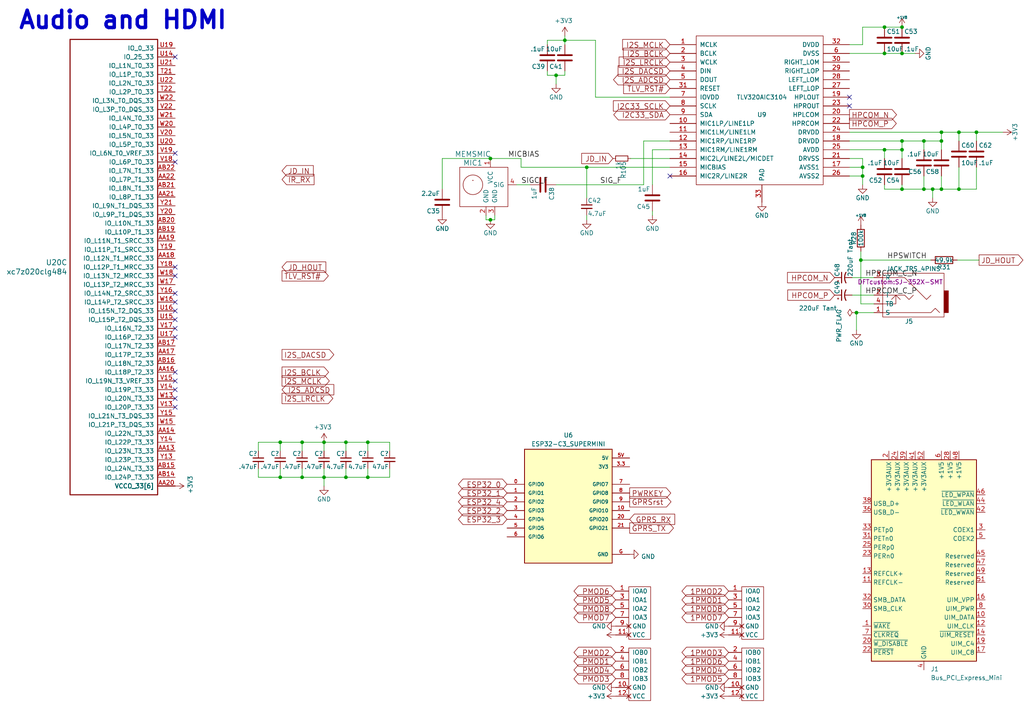
<source format=kicad_sch>
(kicad_sch (version 20230121) (generator eeschema)
  (paper "A4")
  (junction (at 267.97 54.864))
  (junction (at 142.24 45.974))
  (junction (at 256.54 7.874))
  (junction (at 249.682 75.438))
  (junction (at 170.18 48.514))
  (junction (at 87.63 138.43))
  (junction (at 270.51 54.864))
  (junction (at 261.62 40.894))
  (junction (at 163.83 11.684))
  (junction (at 100.33 128.27))
  (junction (at 256.54 43.434))
  (junction (at 273.05 40.894))
  (junction (at 261.62 54.864))
  (junction (at 93.98 138.43))
  (junction (at 273.05 54.864))
  (junction (at 106.68 138.43))
  (junction (at 273.05 38.354))
  (junction (at 267.97 40.894))
  (junction (at 261.62 7.874))
  (junction (at 250.19 51.054))
  (junction (at 256.54 15.494))
  (junction (at 248.412 90.678))
  (junction (at 87.63 128.27))
  (junction (at 100.33 138.43))
  (junction (at 278.13 38.354))
  (junction (at 278.13 54.864))
  (junction (at 81.28 138.43))
  (junction (at 250.19 48.514))
  (junction (at 106.68 128.27))
  (junction (at 161.29 21.844))
  (junction (at 283.21 38.354))
  (junction (at 261.62 15.494))
  (junction (at 142.24 63.754))
  (junction (at 261.62 43.434))
  (junction (at 93.98 128.27))
  (junction (at 81.28 128.27))
  (no_connect (at 50.8 80.01))
  (no_connect (at 50.8 110.49))
  (no_connect (at 50.8 115.57))
  (no_connect (at 194.31 51.054))
  (no_connect (at 50.8 85.09))
  (no_connect (at 50.8 107.95))
  (no_connect (at 50.8 118.11))
  (no_connect (at 50.8 95.25))
  (no_connect (at 50.8 92.71))
  (no_connect (at 50.8 46.99))
  (no_connect (at 50.8 77.47))
  (no_connect (at 50.8 16.51))
  (no_connect (at 50.8 97.79))
  (no_connect (at 50.8 90.17))
  (no_connect (at 50.8 87.63))
  (no_connect (at 50.8 113.03))
  (no_connect (at 246.38 28.194))
  (no_connect (at 246.38 30.734))
  (no_connect (at 50.8 44.45))
  (wire (pts (xy 278.13 38.354) (xy 283.21 38.354)))
  (wire (pts (xy 246.38 12.954) (xy 250.19 12.954)))
  (wire (pts (xy 172.72 28.194) (xy 172.72 11.684)))
  (wire (pts (xy 278.13 54.864) (xy 283.21 54.864)))
  (wire (pts (xy 163.83 11.684) (xy 163.83 12.954)))
  (wire (pts (xy 249.682 72.898) (xy 249.682 75.438)))
  (wire (pts (xy 158.75 12.954) (xy 158.75 11.684)))
  (wire (pts (xy 261.62 15.494) (xy 265.43 15.494)))
  (wire (pts (xy 186.69 40.894) (xy 186.69 53.594)))
  (wire (pts (xy 273.05 38.354) (xy 278.13 38.354)))
  (wire (pts (xy 113.03 138.43) (xy 106.68 138.43)))
  (wire (pts (xy 277.622 75.438) (xy 283.972 75.438)))
  (wire (pts (xy 81.28 135.89) (xy 81.28 138.43)))
  (wire (pts (xy 283.21 38.354) (xy 290.83 38.354)))
  (wire (pts (xy 283.21 38.354) (xy 283.21 40.894)))
  (wire (pts (xy 256.54 54.864) (xy 261.62 54.864)))
  (wire (pts (xy 246.38 51.054) (xy 250.19 51.054)))
  (wire (pts (xy 142.24 45.974) (xy 128.27 45.974)))
  (wire (pts (xy 247.142 80.518) (xy 253.492 80.518)))
  (wire (pts (xy 161.29 24.384) (xy 161.29 21.844)))
  (wire (pts (xy 93.98 138.43) (xy 87.63 138.43)))
  (wire (pts (xy 267.97 40.894) (xy 273.05 40.894)))
  (wire (pts (xy 250.19 45.974) (xy 250.19 48.514)))
  (wire (pts (xy 106.68 138.43) (xy 100.33 138.43)))
  (wire (pts (xy 249.682 75.438) (xy 270.002 75.438)))
  (wire (pts (xy 194.31 45.974) (xy 182.88 45.974)))
  (wire (pts (xy 186.69 40.894) (xy 194.31 40.894)))
  (wire (pts (xy 261.62 40.894) (xy 261.62 43.434)))
  (wire (pts (xy 278.13 38.354) (xy 278.13 40.894)))
  (wire (pts (xy 256.54 54.864) (xy 256.54 53.594)))
  (wire (pts (xy 87.63 128.27) (xy 87.63 130.81)))
  (wire (pts (xy 267.97 40.894) (xy 267.97 43.434)))
  (wire (pts (xy 113.03 128.27) (xy 106.68 128.27)))
  (wire (pts (xy 170.18 48.514) (xy 194.31 48.514)))
  (wire (pts (xy 81.28 130.81) (xy 81.28 128.27)))
  (wire (pts (xy 267.97 51.054) (xy 267.97 54.864)))
  (wire (pts (xy 128.27 45.974) (xy 128.27 54.864)))
  (wire (pts (xy 113.03 130.81) (xy 113.03 128.27)))
  (wire (pts (xy 261.62 54.864) (xy 267.97 54.864)))
  (wire (pts (xy 270.51 54.864) (xy 270.51 57.404)))
  (wire (pts (xy 189.23 43.434) (xy 189.23 53.594)))
  (wire (pts (xy 87.63 135.89) (xy 87.63 138.43)))
  (wire (pts (xy 81.28 128.27) (xy 74.93 128.27)))
  (wire (pts (xy 250.19 48.514) (xy 250.19 51.054)))
  (wire (pts (xy 253.492 85.598) (xy 247.142 85.598)))
  (wire (pts (xy 74.93 138.43) (xy 74.93 135.89)))
  (wire (pts (xy 140.97 63.754) (xy 142.24 63.754)))
  (wire (pts (xy 248.412 90.678) (xy 253.492 90.678)))
  (wire (pts (xy 170.18 62.484) (xy 170.18 63.754)))
  (wire (pts (xy 93.98 138.43) (xy 93.98 140.97)))
  (wire (pts (xy 151.13 48.514) (xy 151.13 45.974)))
  (wire (pts (xy 273.05 51.054) (xy 273.05 54.864)))
  (wire (pts (xy 256.54 7.874) (xy 261.62 7.874)))
  (wire (pts (xy 261.62 43.434) (xy 261.62 45.974)))
  (wire (pts (xy 163.83 21.844) (xy 163.83 20.574)))
  (wire (pts (xy 248.412 90.678) (xy 248.412 95.758)))
  (wire (pts (xy 283.21 54.864) (xy 283.21 48.514)))
  (wire (pts (xy 93.98 128.27) (xy 93.98 130.81)))
  (wire (pts (xy 113.03 138.43) (xy 113.03 135.89)))
  (wire (pts (xy 143.51 63.754) (xy 143.51 62.484)))
  (wire (pts (xy 194.31 43.434) (xy 189.23 43.434)))
  (wire (pts (xy 250.19 7.874) (xy 256.54 7.874)))
  (wire (pts (xy 246.38 48.514) (xy 250.19 48.514)))
  (wire (pts (xy 273.05 40.894) (xy 273.05 43.434)))
  (wire (pts (xy 163.83 11.684) (xy 172.72 11.684)))
  (wire (pts (xy 106.68 128.27) (xy 106.68 130.81)))
  (wire (pts (xy 100.33 135.89) (xy 100.33 138.43)))
  (wire (pts (xy 158.75 21.844) (xy 161.29 21.844)))
  (wire (pts (xy 270.51 54.864) (xy 273.05 54.864)))
  (wire (pts (xy 249.682 88.138) (xy 253.492 88.138)))
  (wire (pts (xy 273.05 38.354) (xy 273.05 40.894)))
  (wire (pts (xy 267.97 54.864) (xy 270.51 54.864)))
  (wire (pts (xy 161.29 21.844) (xy 163.83 21.844)))
  (wire (pts (xy 151.13 48.514) (xy 170.18 48.514)))
  (wire (pts (xy 151.13 45.974) (xy 142.24 45.974)))
  (wire (pts (xy 100.33 138.43) (xy 93.98 138.43)))
  (wire (pts (xy 246.38 40.894) (xy 261.62 40.894)))
  (wire (pts (xy 158.75 11.684) (xy 163.83 11.684)))
  (wire (pts (xy 93.98 128.27) (xy 87.63 128.27)))
  (wire (pts (xy 163.83 10.414) (xy 163.83 11.684)))
  (wire (pts (xy 100.33 128.27) (xy 100.33 130.81)))
  (wire (pts (xy 140.97 62.484) (xy 140.97 63.754)))
  (wire (pts (xy 250.19 51.054) (xy 250.19 53.594)))
  (wire (pts (xy 106.68 128.27) (xy 100.33 128.27)))
  (wire (pts (xy 246.38 38.354) (xy 273.05 38.354)))
  (wire (pts (xy 250.19 12.954) (xy 250.19 7.874)))
  (wire (pts (xy 256.54 43.434) (xy 261.62 43.434)))
  (wire (pts (xy 261.62 40.894) (xy 267.97 40.894)))
  (wire (pts (xy 189.23 61.214) (xy 189.23 62.484)))
  (wire (pts (xy 246.38 45.974) (xy 250.19 45.974)))
  (wire (pts (xy 149.86 53.594) (xy 153.67 53.594)))
  (wire (pts (xy 106.68 135.89) (xy 106.68 138.43)))
  (wire (pts (xy 100.33 128.27) (xy 93.98 128.27)))
  (wire (pts (xy 246.38 43.434) (xy 256.54 43.434)))
  (wire (pts (xy 249.682 75.438) (xy 249.682 88.138)))
  (wire (pts (xy 246.38 15.494) (xy 256.54 15.494)))
  (wire (pts (xy 273.05 54.864) (xy 278.13 54.864)))
  (wire (pts (xy 261.62 54.864) (xy 261.62 53.594)))
  (wire (pts (xy 87.63 138.43) (xy 81.28 138.43)))
  (wire (pts (xy 142.24 63.754) (xy 143.51 63.754)))
  (wire (pts (xy 93.98 135.89) (xy 93.98 138.43)))
  (wire (pts (xy 158.75 20.574) (xy 158.75 21.844)))
  (wire (pts (xy 87.63 128.27) (xy 81.28 128.27)))
  (wire (pts (xy 170.18 48.514) (xy 170.18 57.404)))
  (wire (pts (xy 194.31 28.194) (xy 172.72 28.194)))
  (wire (pts (xy 81.28 138.43) (xy 74.93 138.43)))
  (wire (pts (xy 186.69 53.594) (xy 161.29 53.594)))
  (wire (pts (xy 256.54 15.494) (xy 261.62 15.494)))
  (wire (pts (xy 278.13 48.514) (xy 278.13 54.864)))
  (wire (pts (xy 74.93 128.27) (xy 74.93 130.81)))
  (wire (pts (xy 256.54 43.434) (xy 256.54 45.974)))
  (text "Audio and HDMI" (at 5.08 8.89 0) (effects (font (size 5.0038 5.0038) (thickness 1.0008) bold) (justify left bottom)))
  (label "SIGC_F" (at 151.13 53.594 0) (effects (font (size 1.524 1.524))))
  (label "HPRCOM_C_P" (at 250.952 85.598 0) (effects (font (size 1.524 1.524))))
  (label "MICBIAS" (at 147.32 45.974 0) (effects (font (size 1.524 1.524))))
  (label "SIG_F" (at 173.99 53.594 0) (effects (font (size 1.524 1.524))))
  (label "HPSWITCH" (at 257.302 75.438 0) (effects (font (size 1.524 1.524))))
  (label "HPRCOM_C_N" (at 250.952 80.518 0) (effects (font (size 1.524 1.524))))
  (global_label "JD_IN" (shape input) (at 81.788 49.53 0) (effects (font (size 1.524 1.524))) (property "Intersheetrefs" "${INTERSHEET_REFS}" (effects hide)))
  (global_label "I2C33_SCLK" (shape input) (at 194.31 30.734 180) (effects (font (size 1.524 1.524))) (property "Intersheetrefs" "${INTERSHEET_REFS}" (effects hide)))
  (global_label "HPCOM_P" (shape output) (at 246.38 35.814 0) (effects (font (size 1.524 1.524))) (property "Intersheetrefs" "${INTERSHEET_REFS}" (effects hide)))
  (global_label "PWRKEY" (shape output) (at 182.626 143.002 0) (effects (font (size 1.524 1.524))) (property "Intersheetrefs" "${INTERSHEET_REFS}" (effects hide)))
  (global_label "I2S_LRCLK" (shape output) (at 81.788 115.57 0) (effects (font (size 1.524 1.524))) (property "Intersheetrefs" "${INTERSHEET_REFS}" (effects hide)))
  (global_label "I2S_DACSD" (shape input) (at 194.31 20.574 180) (effects (font (size 1.524 1.524))) (property "Intersheetrefs" "${INTERSHEET_REFS}" (effects hide)))
  (global_label "ESP32_0" (shape bidirectional) (at 147.066 140.462 180) (effects (font (size 1.523 1.523))) (property "Intersheetrefs" "${INTERSHEET_REFS}" (effects hide)))
  (global_label "HPCOM_P" (shape input) (at 242.062 85.598 180) (effects (font (size 1.524 1.524))) (property "Intersheetrefs" "${INTERSHEET_REFS}" (effects hide)))
  (global_label "1PMOD1" (shape bidirectional) (at 211.328 173.99 180) (effects (font (size 1.524 1.524))) (property "Intersheetrefs" "${INTERSHEET_REFS}" (effects hide)))
  (global_label "PMOD2" (shape bidirectional) (at 178.562 189.23 180) (effects (font (size 1.524 1.524))) (property "Intersheetrefs" "${INTERSHEET_REFS}" (effects hide)))
  (global_label "I2S_LRCLK" (shape input) (at 194.31 18.034 180) (effects (font (size 1.524 1.524))) (property "Intersheetrefs" "${INTERSHEET_REFS}" (effects hide)))
  (global_label "ESP32_4" (shape bidirectional) (at 147.066 145.542 180) (effects (font (size 1.523 1.523))) (property "Intersheetrefs" "${INTERSHEET_REFS}" (effects hide)))
  (global_label "JD_HOUT" (shape input) (at 81.788 77.47 0) (effects (font (size 1.524 1.524))) (property "Intersheetrefs" "${INTERSHEET_REFS}" (effects hide)))
  (global_label "PMOD3" (shape bidirectional) (at 178.562 196.85 180) (effects (font (size 1.524 1.524))) (property "Intersheetrefs" "${INTERSHEET_REFS}" (effects hide)))
  (global_label "ESP32_2" (shape bidirectional) (at 147.066 148.082 180) (effects (font (size 1.523 1.523))) (property "Intersheetrefs" "${INTERSHEET_REFS}" (effects hide)))
  (global_label "I2S_ADCSD" (shape input) (at 81.788 113.03 0) (effects (font (size 1.524 1.524))) (property "Intersheetrefs" "${INTERSHEET_REFS}" (effects hide)))
  (global_label "1PMOD8" (shape bidirectional) (at 211.328 176.53 180) (effects (font (size 1.524 1.524))) (property "Intersheetrefs" "${INTERSHEET_REFS}" (effects hide)))
  (global_label "ESP32_1" (shape bidirectional) (at 147.066 143.002 180) (effects (font (size 1.523 1.523))) (property "Intersheetrefs" "${INTERSHEET_REFS}" (effects hide)))
  (global_label "IR_RX" (shape input) (at 81.788 52.07 0) (effects (font (size 1.524 1.524))) (property "Intersheetrefs" "${INTERSHEET_REFS}" (effects hide)))
  (global_label "GPRS_TX" (shape output) (at 182.626 153.162 0) (effects (font (size 1.524 1.524))) (property "Intersheetrefs" "${INTERSHEET_REFS}" (effects hide)))
  (global_label "PMOD8" (shape bidirectional) (at 178.562 176.53 180) (effects (font (size 1.524 1.524))) (property "Intersheetrefs" "${INTERSHEET_REFS}" (effects hide)))
  (global_label "PMOD4" (shape bidirectional) (at 178.562 194.31 180) (effects (font (size 1.524 1.524))) (property "Intersheetrefs" "${INTERSHEET_REFS}" (effects hide)))
  (global_label "I2S_MCLK" (shape input) (at 194.31 12.954 180) (effects (font (size 1.524 1.524))) (property "Intersheetrefs" "${INTERSHEET_REFS}" (effects hide)))
  (global_label "1PMOD4" (shape bidirectional) (at 211.328 194.31 180) (effects (font (size 1.524 1.524))) (property "Intersheetrefs" "${INTERSHEET_REFS}" (effects hide)))
  (global_label "1PMOD7" (shape bidirectional) (at 211.328 179.07 180) (effects (font (size 1.524 1.524))) (property "Intersheetrefs" "${INTERSHEET_REFS}" (effects hide)))
  (global_label "JD_IN" (shape input) (at 177.8 45.974 180) (effects (font (size 1.524 1.524))) (property "Intersheetrefs" "${INTERSHEET_REFS}" (effects hide)))
  (global_label "I2S_MCLK" (shape output) (at 81.788 110.49 0) (effects (font (size 1.524 1.524))) (property "Intersheetrefs" "${INTERSHEET_REFS}" (effects hide)))
  (global_label "PMOD5" (shape bidirectional) (at 178.562 173.99 180) (effects (font (size 1.524 1.524))) (property "Intersheetrefs" "${INTERSHEET_REFS}" (effects hide)))
  (global_label "I2S_DACSD" (shape output) (at 81.788 102.87 0) (effects (font (size 1.524 1.524))) (property "Intersheetrefs" "${INTERSHEET_REFS}" (effects hide)))
  (global_label "TLV_RST#" (shape output) (at 81.788 80.01 0) (effects (font (size 1.524 1.524))) (property "Intersheetrefs" "${INTERSHEET_REFS}" (effects hide)))
  (global_label "HPCOM_N" (shape output) (at 246.38 33.274 0) (effects (font (size 1.524 1.524))) (property "Intersheetrefs" "${INTERSHEET_REFS}" (effects hide)))
  (global_label "I2S_BCLK" (shape input) (at 194.31 15.494 180) (effects (font (size 1.524 1.524))) (property "Intersheetrefs" "${INTERSHEET_REFS}" (effects hide)))
  (global_label "1PMOD5" (shape bidirectional) (at 211.328 196.85 180) (effects (font (size 1.524 1.524))) (property "Intersheetrefs" "${INTERSHEET_REFS}" (effects hide)))
  (global_label "JD_HOUT" (shape output) (at 283.972 75.438 0) (effects (font (size 1.524 1.524))) (property "Intersheetrefs" "${INTERSHEET_REFS}" (effects hide)))
  (global_label "HPCOM_N" (shape input) (at 242.062 80.518 180) (effects (font (size 1.524 1.524))) (property "Intersheetrefs" "${INTERSHEET_REFS}" (effects hide)))
  (global_label "PMOD7" (shape bidirectional) (at 178.562 179.07 180) (effects (font (size 1.524 1.524))) (property "Intersheetrefs" "${INTERSHEET_REFS}" (effects hide)))
  (global_label "TLV_RST#" (shape input) (at 194.31 25.654 180) (effects (font (size 1.524 1.524))) (property "Intersheetrefs" "${INTERSHEET_REFS}" (effects hide)))
  (global_label "1PMOD6" (shape bidirectional) (at 211.328 191.77 180) (effects (font (size 1.524 1.524))) (property "Intersheetrefs" "${INTERSHEET_REFS}" (effects hide)))
  (global_label "PMOD6" (shape bidirectional) (at 178.562 171.45 180) (effects (font (size 1.524 1.524))) (property "Intersheetrefs" "${INTERSHEET_REFS}" (effects hide)))
  (global_label "1PMOD3" (shape bidirectional) (at 211.328 189.23 180) (effects (font (size 1.524 1.524))) (property "Intersheetrefs" "${INTERSHEET_REFS}" (effects hide)))
  (global_label "ESP32_3" (shape bidirectional) (at 147.066 150.622 180) (effects (font (size 1.523 1.523))) (property "Intersheetrefs" "${INTERSHEET_REFS}" (effects hide)))
  (global_label "I2C33_SDA" (shape bidirectional) (at 194.31 33.274 180) (effects (font (size 1.524 1.524))) (property "Intersheetrefs" "${INTERSHEET_REFS}" (effects hide)))
  (global_label "I2S_ADCSD" (shape bidirectional) (at 194.31 23.114 180) (effects (font (size 1.524 1.524))) (property "Intersheetrefs" "${INTERSHEET_REFS}" (effects hide)))
  (global_label "GPRS_RX" (shape input) (at 182.626 150.622 0) (effects (font (size 1.524 1.524))) (property "Intersheetrefs" "${INTERSHEET_REFS}" (effects hide)))
  (global_label "GPRSrst" (shape output) (at 182.626 145.542 0) (effects (font (size 1.524 1.524))) (property "Intersheetrefs" "${INTERSHEET_REFS}" (effects hide)))
  (global_label "PMOD1" (shape bidirectional) (at 178.562 191.77 180) (effects (font (size 1.524 1.524))) (property "Intersheetrefs" "${INTERSHEET_REFS}" (effects hide)))
  (global_label "I2S_BCLK" (shape output) (at 81.788 107.95 0) (effects (font (size 1.524 1.524))) (property "Intersheetrefs" "${INTERSHEET_REFS}" (effects hide)))
  (global_label "1PMOD2" (shape bidirectional) (at 211.328 171.45 180) (effects (font (size 1.524 1.524))) (property "Intersheetrefs" "${INTERSHEET_REFS}" (effects hide)))
  (symbol (lib_id "Device:R") (at 249.682 69.088 180) (unit 1)
    (property "Reference" "R28" (at 247.65 69.088 90))
    (property "Value" "100k" (at 249.682 69.088 90))
    (property "Footprint" "Resistor_SMD:R_0402_1005Metric" (effects hide))
    (property "MFR" "Yageo" (effects hide))
    (property "MPN" "RC0402FR-07100KL" (effects hide))
    (property "SPR" "Digikey" (effects hide))
    (property "SPN" "311-100KLRTR-ND" (effects hide))
  )
  (symbol (lib_id "Device:R") (at 273.812 75.438 270) (unit 1)
    (property "Reference" "R31" (at 273.812 77.47 90))
    (property "Value" "49.9k" (at 273.812 75.438 90))
    (property "Footprint" "Resistor_SMD:R_0402_1005Metric" (effects hide))
    (property "MFR" "Yageo" (effects hide))
    (property "MPN" "RC0402FR-0749K9L" (effects hide))
    (property "SPR" "Digikey" (effects hide))
    (property "SPN" "311-49.9KLRCT-ND" (effects hide))
  )
  (symbol (lib_id "DFTBoard-rescue:MEMSMIC") (at 137.16 52.324 0) (unit 1)
    (property "Reference" "MIC1" (at 137.16 47.244 0) (effects (font (size 1.524 1.524))))
    (property "Value" "MEMSMIC" (at 137.16 44.704 0) (effects (font (size 1.524 1.524))))
    (property "Footprint" "SPW2430HR5H-B:MIC_SPW2430HR5H-B" (effects hide))
    (property "MFR" "Knowles" (effects hide))
    (property "MPN" "SPW2430HR5H-B" (effects hide))
    (property "SPR" "Digikey" (effects hide))
    (property "SPN" "423-1394-1-ND" (effects hide))
  )
  (symbol (lib_id "Device:C") (at 158.75 16.764 180) (unit 1)
    (property "Reference" "C39" (at 158.115 19.304 0) (effects (justify left)))
    (property "Value" ".1uF" (at 158.115 14.224 0) (effects (justify left)))
    (property "Footprint" "Capacitor_SMD:C_0402_1005Metric" (effects hide))
    (property "MFR" "Yageo" (effects hide))
    (property "MPN" "CC0402KRX7R6BB104" (effects hide))
    (property "SPR" "Digikey" (effects hide))
    (property "SPN" "311-1345-1-ND" (effects hide))
  )
  (symbol (lib_id "Device:C") (at 163.83 16.764 180) (unit 1)
    (property "Reference" "C41" (at 163.195 19.304 0) (effects (justify left)))
    (property "Value" "10uF" (at 163.195 14.224 0) (effects (justify left)))
    (property "Footprint" "Capacitor_SMD:C_0603_1608Metric" (effects hide))
    (property "MFR" "Murata" (effects hide))
    (property "MPN" "GRM188R61A106KE69J" (effects hide))
    (property "SPR" "Digikey" (effects hide))
    (property "SPN" "490-14372-1-ND" (effects hide))
  )
  (symbol (lib_id "Device:C") (at 256.54 49.784 180) (unit 1)
    (property "Reference" "C52" (at 255.905 52.324 0) (effects (justify left)))
    (property "Value" ".1uF" (at 255.905 47.244 0) (effects (justify left)))
    (property "Footprint" "Capacitor_SMD:C_0402_1005Metric" (effects hide))
    (property "MFR" "Yageo" (effects hide))
    (property "MPN" "CC0402KRX7R6BB104" (effects hide))
    (property "SPR" "Digikey" (effects hide))
    (property "SPN" "311-1345-1-ND" (effects hide))
  )
  (symbol (lib_id "Device:C") (at 267.97 47.244 180) (unit 1)
    (property "Reference" "C56" (at 267.335 49.784 0) (effects (justify left)))
    (property "Value" ".1uF" (at 267.335 44.704 0) (effects (justify left)))
    (property "Footprint" "Capacitor_SMD:C_0402_1005Metric" (effects hide))
    (property "MFR" "Yageo" (effects hide))
    (property "MPN" "CC0402KRX7R6BB104" (effects hide))
    (property "SPR" "Digikey" (effects hide))
    (property "SPN" "311-1345-1-ND" (effects hide))
  )
  (symbol (lib_id "Device:C") (at 261.62 49.784 180) (unit 1)
    (property "Reference" "C54" (at 260.985 52.324 0) (effects (justify left)))
    (property "Value" "10uF" (at 260.985 47.244 0) (effects (justify left)))
    (property "Footprint" "Capacitor_SMD:C_0603_1608Metric" (effects hide))
    (property "MFR" "Murata" (effects hide))
    (property "MPN" "GRM188R61A106KE69J" (effects hide))
    (property "SPR" "Digikey" (effects hide))
    (property "SPN" "490-14372-1-ND" (effects hide))
  )
  (symbol (lib_id "Device:C") (at 273.05 47.244 180) (unit 1)
    (property "Reference" "C58" (at 272.415 49.784 0) (effects (justify left)))
    (property "Value" "10uF" (at 272.415 44.704 0) (effects (justify left)))
    (property "Footprint" "Capacitor_SMD:C_0603_1608Metric" (effects hide))
    (property "MFR" "Murata" (effects hide))
    (property "MPN" "GRM188R61A106KE69J" (effects hide))
    (property "SPR" "Digikey" (effects hide))
    (property "SPN" "490-14372-1-ND" (effects hide))
  )
  (symbol (lib_id "Device:C") (at 261.62 11.684 0) (unit 1)
    (property "Reference" "C53" (at 262.255 9.144 0) (effects (justify left)))
    (property "Value" ".1uF" (at 262.255 14.224 0) (effects (justify left)))
    (property "Footprint" "Capacitor_SMD:C_0402_1005Metric" (effects hide))
    (property "MFR" "Yageo" (effects hide))
    (property "MPN" "CC0402KRX7R6BB104" (effects hide))
    (property "SPR" "Digikey" (effects hide))
    (property "SPN" "311-1345-1-ND" (effects hide))
  )
  (symbol (lib_id "Device:C") (at 256.54 11.684 0) (unit 1)
    (property "Reference" "C51" (at 257.175 9.144 0) (effects (justify left)))
    (property "Value" "10uF" (at 257.175 14.224 0) (effects (justify left)))
    (property "Footprint" "Capacitor_SMD:C_0603_1608Metric" (effects hide))
    (property "MFR" "Murata" (effects hide))
    (property "MPN" "GRM188R61A106KE69J" (effects hide))
    (property "SPR" "Digikey" (effects hide))
    (property "SPN" "490-14372-1-ND" (effects hide))
  )
  (symbol (lib_id "Device:C") (at 283.21 44.704 0) (unit 1)
    (property "Reference" "C62" (at 283.845 42.164 0) (effects (justify left)))
    (property "Value" ".1uF" (at 283.845 47.244 0) (effects (justify left)))
    (property "Footprint" "Capacitor_SMD:C_0402_1005Metric" (effects hide))
    (property "MFR" "Yageo" (effects hide))
    (property "MPN" "CC0402KRX7R6BB104" (effects hide))
    (property "SPR" "Digikey" (effects hide))
    (property "SPN" "311-1345-1-ND" (effects hide))
  )
  (symbol (lib_id "Device:C") (at 278.13 44.704 0) (unit 1)
    (property "Reference" "C60" (at 278.765 42.164 0) (effects (justify left)))
    (property "Value" "10uF" (at 278.765 47.244 0) (effects (justify left)))
    (property "Footprint" "Capacitor_SMD:C_0603_1608Metric" (effects hide))
    (property "MFR" "Murata" (effects hide))
    (property "MPN" "GRM188R61A106KE69J" (effects hide))
    (property "SPR" "Digikey" (effects hide))
    (property "SPN" "490-14372-1-ND" (effects hide))
  )
  (symbol (lib_id "Device:C") (at 128.27 58.674 180) (unit 1)
    (property "Reference" "C35" (at 127.635 61.214 0) (effects (justify left)))
    (property "Value" "2.2uF" (at 127.635 56.134 0) (effects (justify left)))
    (property "Footprint" "Capacitor_SMD:C_0402_1005Metric" (effects hide))
    (property "MFR" "Murata" (effects hide))
    (property "MPN" "GRM155R61A225KE95D" (effects hide))
    (property "SPR" "Digikey" (effects hide))
    (property "SPN" "490-10451-1-ND" (effects hide))
  )
  (symbol (lib_id "DFTBoard-rescue:CP1_Small-Device") (at 244.602 80.518 90) (unit 1)
    (property "Reference" "C48" (at 242.824 80.264 0) (effects (justify left)))
    (property "Value" "220uF Tant." (at 246.634 80.264 0) (effects (justify left)))
    (property "Footprint" "Capacitor_Tantalum_SMD:CP_EIA-3528-12_Kemet-T" (effects hide))
    (property "MFR" "AVX Corporation" (effects hide))
    (property "MPN" "F930G227KBA" (effects hide))
    (property "SPR" "Digikey" (effects hide))
    (property "SPN" "478-8139-1-ND" (effects hide))
  )
  (symbol (lib_id "DFTBoard-rescue:CP1_Small-Device") (at 244.602 85.598 90) (unit 1)
    (property "Reference" "C49" (at 242.824 85.344 0) (effects (justify left)))
    (property "Value" "220uF Tant." (at 243.332 89.408 90) (effects (justify left)))
    (property "Footprint" "Capacitor_Tantalum_SMD:CP_EIA-3528-12_Kemet-T" (effects hide))
    (property "MFR" "AVX Corporation" (effects hide))
    (property "MPN" "F930G227KBA" (effects hide))
    (property "SPR" "Digikey" (effects hide))
    (property "SPN" "478-8139-1-ND" (effects hide))
  )
  (symbol (lib_id "DFTBoard-rescue:TLV320AIC3104") (at 220.98 30.734 0) (unit 1)
    (property "Reference" "U9" (at 220.98 33.274 0))
    (property "Value" "TLV320AIC3104" (at 220.98 28.194 0))
    (property "Footprint" "Package_DFN_QFN:QFN-32-1EP_5x5mm_P0.5mm_EP3.65x3.65mm" (effects hide))
    (property "MFR" "Texas Instruments" (effects hide))
    (property "MPN" "TLV320AIC3104IRHBR" (effects hide))
    (property "SPR" "Digikey" (effects hide))
    (property "SPN" "296-26818-1-ND" (effects hide))
  )
  (symbol (lib_id "power:+1V8") (at 261.62 7.874 0) (unit 1)
    (property "Reference" "#PWR093" (effects hide))
    (property "Value" "+1.8V" (at 261.62 5.08 0) (effects (font (size 0.762 0.762))))
  )
  (symbol (lib_id "power:+3V3") (at 290.83 38.354 270) (unit 1)
    (property "Reference" "#PWR0100" (effects hide))
    (property "Value" "+3.3V" (at 294.386 38.354 0))
  )
  (symbol (lib_id "DFTBoard-rescue:PWR_FLAG") (at 248.412 90.678 90) (unit 1)
    (property "Reference" "#FLG03" (effects hide))
    (property "Value" "PWR_FLAG" (at 243.332 94.488 0))
  )
  (symbol (lib_id "DFTBoard-rescue:JACK_TRS_4PINS") (at 263.652 85.598 180) (unit 1)
    (property "Reference" "J5" (at 263.652 93.218 0))
    (property "Value" "JACK_TRS_4PINS" (at 264.922 77.978 0))
    (property "Footprint" "DFTcustom:SJ-352X-SMT" (at 261.112 81.788 0))
    (property "MFR" "CUI Inc." (effects hide))
    (property "MPN" "SJ-3524-SMT-TR" (effects hide))
    (property "SPR" "Digikey" (effects hide))
    (property "SPN" "CP-3524SJCT-ND" (effects hide))
  )
  (symbol (lib_id "Device:C") (at 157.48 53.594 270) (unit 1)
    (property "Reference" "C38" (at 160.02 54.229 0) (effects (justify left)))
    (property "Value" "1uF" (at 154.94 54.229 0) (effects (justify left)))
    (property "Footprint" "Capacitor_SMD:C_0402_1005Metric" (effects hide))
    (property "MFR" "Yageo" (effects hide))
    (property "MPN" "CC0402KRX5R6BB105" (effects hide))
    (property "SPR" "Digikey" (effects hide))
    (property "SPN" "311-1439-1-ND" (effects hide))
  )
  (symbol (lib_id "Device:C_Small") (at 170.18 59.944 0) (unit 1)
    (property "Reference" "C42" (at 170.434 58.166 0) (effects (justify left)))
    (property "Value" "4.7uF" (at 170.434 61.976 0) (effects (justify left)))
    (property "Footprint" "Capacitor_SMD:C_0402_1005Metric" (effects hide))
    (property "MFR" "Murata" (effects hide))
    (property "MPN" "GRM155R60G475ME47D" (effects hide))
    (property "SPR" "Digikey" (effects hide))
    (property "SPN" "490-11980-1-ND" (effects hide))
  )
  (symbol (lib_id "Device:C") (at 189.23 57.404 180) (unit 1)
    (property "Reference" "C45" (at 188.595 59.944 0) (effects (justify left)))
    (property "Value" "1uF" (at 188.595 54.864 0) (effects (justify left)))
    (property "Footprint" "Capacitor_SMD:C_0402_1005Metric" (effects hide))
    (property "MFR" "Yageo" (effects hide))
    (property "MPN" "CC0402KRX5R6BB105" (effects hide))
    (property "SPR" "Digikey" (effects hide))
    (property "SPN" "311-1439-1-ND" (effects hide))
  )
  (symbol (lib_id "power:+1V8") (at 249.682 65.278 0) (unit 1)
    (property "Reference" "#PWR090" (effects hide))
    (property "Value" "+1.8V" (at 249.682 62.484 0) (effects (font (size 0.762 0.762))))
  )
  (symbol (lib_id "Device:C_Small") (at 113.03 133.35 0) (mirror y) (unit 1)
    (property "Reference" "C?" (at 112.776 131.572 0) (effects (justify left)))
    (property "Value" "47uF" (at 112.776 135.382 0) (effects (justify left)))
    (property "Footprint" "Capacitor_SMD:C_0805_2012Metric" (effects hide))
    (property "MFR" "Murata" (effects hide))
    (property "MPN" "GRM219R60J476ME44D" (effects hide))
    (property "SPR" "Digikey" (effects hide))
    (property "SPN" "490-13249-1-ND" (effects hide))
    (instances (project "DFTBoard" (path "" (reference "C?") (unit 1)) (path "" (reference "C61") (unit 1))))
  )
  (symbol (lib_id "Device:C_Small") (at 106.68 133.35 0) (mirror y) (unit 1)
    (property "Reference" "C?" (at 106.426 131.572 0) (effects (justify left)))
    (property "Value" "4.7uF" (at 106.426 135.382 0) (effects (justify left)))
    (property "Footprint" "Capacitor_SMD:C_0402_1005Metric" (effects hide))
    (property "MFR" "Murata" (effects hide))
    (property "MPN" "GRM155R60G475ME47D" (effects hide))
    (property "SPR" "Digikey" (effects hide))
    (property "SPN" "490-11980-1-ND" (effects hide))
    (instances (project "DFTBoard" (path "" (reference "C?") (unit 1)) (path "" (reference "C59") (unit 1))))
  )
  (symbol (lib_id "Device:C_Small") (at 100.33 133.35 0) (mirror y) (unit 1)
    (property "Reference" "C?" (at 100.076 131.572 0) (effects (justify left)))
    (property "Value" "4.7uF" (at 100.076 135.382 0) (effects (justify left)))
    (property "Footprint" "Capacitor_SMD:C_0402_1005Metric" (effects hide))
    (property "MFR" "Murata" (effects hide))
    (property "MPN" "GRM155R60G475ME47D" (effects hide))
    (property "SPR" "Digikey" (effects hide))
    (property "SPN" "490-11980-1-ND" (effects hide))
    (instances (project "DFTBoard" (path "" (reference "C?") (unit 1)) (path "" (reference "C57") (unit 1))))
  )
  (symbol (lib_id "Device:C_Small") (at 93.98 133.35 0) (mirror y) (unit 1)
    (property "Reference" "C?" (at 93.726 131.572 0) (effects (justify left)))
    (property "Value" ".47uF" (at 93.726 135.382 0) (effects (justify left)))
    (property "Footprint" "Capacitor_SMD:C_0402_1005Metric" (effects hide))
    (property "MFR" "Yageo" (effects hide))
    (property "MPN" "CC0402KRX5R5BB474" (effects hide))
    (property "SPR" "Digikey" (effects hide))
    (property "SPN" "311-1684-1-ND" (effects hide))
    (instances (project "DFTBoard" (path "" (reference "C?") (unit 1)) (path "" (reference "C55") (unit 1))))
  )
  (symbol (lib_id "Device:C_Small") (at 87.63 133.35 0) (mirror y) (unit 1)
    (property "Reference" "C?" (at 87.376 131.572 0) (effects (justify left)))
    (property "Value" ".47uF" (at 87.376 135.382 0) (effects (justify left)))
    (property "Footprint" "Capacitor_SMD:C_0402_1005Metric" (effects hide))
    (property "MFR" "Yageo" (effects hide))
    (property "MPN" "CC0402KRX5R5BB474" (effects hide))
    (property "SPR" "Digikey" (effects hide))
    (property "SPN" "311-1684-1-ND" (effects hide))
    (instances (project "DFTBoard" (path "" (reference "C?") (unit 1)) (path "" (reference "C50") (unit 1))))
  )
  (symbol (lib_id "Device:C_Small") (at 81.28 133.35 0) (mirror y) (unit 1)
    (property "Reference" "C?" (at 81.026 131.572 0) (effects (justify left)))
    (property "Value" ".47uF" (at 81.026 135.382 0) (effects (justify left)))
    (property "Footprint" "Capacitor_SMD:C_0402_1005Metric" (effects hide))
    (property "MFR" "Yageo" (effects hide))
    (property "MPN" "CC0402KRX5R5BB474" (effects hide))
    (property "SPR" "Digikey" (effects hide))
    (property "SPN" "311-1684-1-ND" (effects hide))
    (instances (project "DFTBoard" (path "" (reference "C?") (unit 1)) (path "" (reference "C47") (unit 1))))
  )
  (symbol (lib_id "Device:C_Small") (at 74.93 133.35 0) (mirror y) (unit 1)
    (property "Reference" "C?" (at 74.676 131.572 0) (effects (justify left)))
    (property "Value" ".47uF" (at 74.676 135.382 0) (effects (justify left)))
    (property "Footprint" "Capacitor_SMD:C_0402_1005Metric" (effects hide))
    (property "MFR" "Yageo" (effects hide))
    (property "MPN" "CC0402KRX5R5BB474" (effects hide))
    (property "SPR" "Digikey" (effects hide))
    (property "SPN" "311-1684-1-ND" (effects hide))
    (instances (project "DFTBoard" (path "" (reference "C?") (unit 1)) (path "" (reference "C46") (unit 1))))
  )
  (symbol (lib_id "power:GND") (at 93.98 140.97 0) (mirror y) (unit 1)
    (property "Reference" "#PWR?" (effects hide))
    (property "Value" "GND" (at 93.98 144.78 0))
    (instances (project "DFTBoard" (path "" (reference "#PWR?") (unit 1)) (path "" (reference "#PWR0208") (unit 1))))
  )
  (symbol (lib_id "DFTBoard-rescue:+3.3V-power") (at 93.98 128.27 0) (mirror y) (unit 1)
    (property "Reference" "#PWR0209" (effects hide))
    (property "Value" "+3.3V" (at 93.599 123.8758 0))
    (instances (project "DFTBoard" (path "" (reference "#PWR0209") (unit 1)) (path "" (reference "#PWR?") (unit 1))))
  )
  (symbol (lib_id "xilinx7:xc7z020clg484") (at 50.8 13.97 0) (mirror y) (unit 3)
    (property "Reference" "U20" (at 19.5326 76.1238 0) (effects (font (size 1.524 1.524)) (justify left)))
    (property "Value" "xc7z020clg484" (at 19.5326 78.8162 0) (effects (font (size 1.524 1.524)) (justify left)))
    (property "Footprint" "DFTcustom:BGA-484_19.0x19.0mm_Layout22x22_P0.80mm_dia0.40mm" (effects hide))
    (property "MFR" "Xilinx" (effects hide))
    (property "MPN" "XC7Z020-1CLG484C" (effects hide))
    (property "SPR" "Digikey" (effects hide))
    (property "SPN" "122-1850-ND" (effects hide))
    (property "SPURL" "-" (effects hide))
    (instances (project "DFTBoard" (path "" (reference "U20") (unit 3)) (path "" (reference "U?") (unit 3))))
  )
  (symbol (lib_id "DFTBoard-rescue:+3.3V-power") (at 163.83 10.414 0) (mirror y) (unit 1)
    (property "Reference" "#PWR031" (effects hide))
    (property "Value" "+3.3V" (at 163.449 6.0198 0))
    (instances (project "DFTBoard" (path "" (reference "#PWR031") (unit 1)) (path "" (reference "#PWR?") (unit 1))))
  )
  (symbol (lib_id "DFTBoard-rescue:+3.3V-power") (at 50.8 140.97 270) (mirror x) (unit 1)
    (property "Reference" "#PWR0210" (effects hide))
    (property "Value" "+3.3V" (at 55.1942 140.589 0))
    (instances (project "DFTBoard" (path "" (reference "#PWR0210") (unit 1)) (path "" (reference "#PWR?") (unit 1))))
  )
  (symbol (lib_id "Device:R_Small") (at 180.34 45.974 270) (unit 1)
    (property "Reference" "R105" (at 180.848 46.736 0) (effects (justify left)))
    (property "Value" "1k" (at 179.324 46.736 0) (effects (justify left)))
    (property "Footprint" "Resistor_SMD:R_0402_1005Metric" (effects hide))
    (property "MFR" "Yageo" (effects hide))
    (property "MPN" "RC0402FR-071KL" (effects hide))
    (property "SPR" "Digikey" (effects hide))
    (property "SPN" "311-1.00KLRCT-ND" (effects hide))
    (instances (project "DFTBoard" (path "" (reference "R105") (unit 1)) (path "" (reference "R?") (unit 1)) (path "" (reference "R?") (unit 1))))
  )
  (symbol (lib_id "power:GND") (at 128.27 62.484 0) (unit 1)
    (property "Reference" "#PWR0147" (effects hide))
    (property "Value" "GND" (at 128.27 66.294 0))
    (instances (project "DFTBoard" (path "" (reference "#PWR0147") (unit 1)) (path "" (reference "#PWR?") (unit 1))))
  )
  (symbol (lib_id "Connector:Bus_PCI_Express_Mini") (at 267.97 163.83 0) (unit 1)
    (property "Reference" "J1" (at 269.9259 194.056 0) (effects (justify left)))
    (property "Value" "Bus_PCI_Express_Mini" (at 269.9259 196.596 0) (effects (justify left)))
    (property "Footprint" "Connector_PCBEdge:BUS_PCI_Express_Mini_Full" (effects hide))
    (property "Datasheet" "https://www.digikey.com/en/products/detail/attend-technology/119A-92A00-R02/17634643" (effects hide))
  )
  (symbol (lib_id "power:GND") (at 265.43 15.494 90) (unit 1)
    (property "Reference" "#PWR032" (effects hide))
    (property "Value" "GND" (at 269.24 15.494 0))
    (instances (project "DFTBoard" (path "" (reference "#PWR032") (unit 1)) (path "" (reference "#PWR?") (unit 1))))
  )
  (symbol (lib_id "power:GND") (at 189.23 62.484 0) (unit 1)
    (property "Reference" "#PWR036" (effects hide))
    (property "Value" "GND" (at 189.23 66.294 0))
    (instances (project "DFTBoard" (path "" (reference "#PWR036") (unit 1)) (path "" (reference "#PWR?") (unit 1))))
  )
  (symbol (lib_id "power:GND") (at 178.562 181.61 270) (mirror x) (unit 1)
    (property "Reference" "#PWR0138" (effects hide))
    (property "Value" "GND" (at 173.736 181.61 90))
    (instances (project "DFTBoard" (path "" (reference "#PWR0138") (unit 1))) (project "DFTBoard" (path "" (reference "#PWR0128") (unit 1)) (path "" (reference "#PWR0140") (unit 1))) (project "DFTBoard" (path "" (reference "#PWR088") (unit 1))) (project "comm_sch" (path "" (reference "#PWR0128") (unit 1))))
  )
  (symbol (lib_id "power:GND") (at 170.18 63.754 0) (unit 1)
    (property "Reference" "#PWR035" (effects hide))
    (property "Value" "GND" (at 170.18 67.564 0))
    (instances (project "DFTBoard" (path "" (reference "#PWR035") (unit 1)) (path "" (reference "#PWR?") (unit 1))))
  )
  (symbol (lib_id "new shii:ESP32-C3_SUPERMINI") (at 164.846 145.542 0) (unit 1)
    (property "Reference" "U6" (at 164.846 126.238 0))
    (property "Value" "ESP32-C3_SUPERMINI" (at 164.846 128.778 0))
    (property "Footprint" "Y!:MODULE_ESP32-C3_SUPERMINI" (effects hide))
    (property "MF" "Espressif Systems" (effects hide))
    (property "MAXIMUM_PACKAGE_HEIGHT" "4.2mm" (effects hide))
    (property "Package" "Package" (effects hide))
    (property "Price" "None" (effects hide))
    (property "Check_prices" "https://www.snapeda.com/parts/ESP32-C3%20SuperMini/Espressif+Systems/view-part/?ref=eda" (effects hide))
    (property "STANDARD" "Manufacturer Recommendations" (effects hide))
    (property "SnapEDA_Link" "https://www.snapeda.com/parts/ESP32-C3%20SuperMini/Espressif+Systems/view-part/?ref=snap" (effects hide))
    (property "MP" "ESP32-C3 SuperMini" (effects hide))
    (property "Description" "\nSuper tiny ESP32-C3 board\n" (effects hide))
    (property "Availability" "Not in stock" (effects hide))
    (property "MANUFACTURER" "Espressif" (effects hide))
    (instances (project "DFTBoard" (path "" (reference "U6") (unit 1))) (project "DFTBoard" (path "" (reference "U24") (unit 1))) (project "DFTBoard" (path "" (reference "U14") (unit 1))) (project "comm_sch" (path "" (reference "U24") (unit 1))))
  )
  (symbol (lib_id "power:GND") (at 270.51 57.404 0) (unit 1)
    (property "Reference" "#PWR059" (effects hide))
    (property "Value" "GND" (at 270.51 61.214 0))
    (instances (project "DFTBoard" (path "" (reference "#PWR059") (unit 1)) (path "" (reference "#PWR?") (unit 1))))
  )
  (symbol (lib_id "power:GND") (at 248.412 95.758 0) (unit 1)
    (property "Reference" "#PWR030" (effects hide))
    (property "Value" "GND" (at 248.412 99.568 0))
    (instances (project "DFTBoard" (path "" (reference "#PWR030") (unit 1)) (path "" (reference "#PWR?") (unit 1))))
  )
  (symbol (lib_id "power:GND") (at 211.328 181.61 270) (mirror x) (unit 1)
    (property "Reference" "#PWR0143" (effects hide))
    (property "Value" "GND" (at 206.502 181.61 90))
    (instances (project "DFTBoard" (path "" (reference "#PWR0143") (unit 1))) (project "DFTBoard" (path "" (reference "#PWR0128") (unit 1)) (path "" (reference "#PWR0140") (unit 1))) (project "DFTBoard" (path "" (reference "#PWR0104") (unit 1))) (project "DFTBoard" (path "" (reference "#PWR0141") (unit 1))) (project "comm_sch" (path "" (reference "#PWR0128") (unit 1))))
  )
  (symbol (lib_id "power:GND") (at 182.626 160.782 90) (unit 1)
    (property "Reference" "#PWR0142" (effects hide))
    (property "Value" "GND" (at 185.928 161.417 90) (effects (justify right)))
    (instances (project "DFTBoard" (path "" (reference "#PWR0142") (unit 1))) (project "Module_NanoSIM" (path "" (reference "#PWR02") (unit 1))) (project "DFTBoard" (path "" (reference "#PWR0304") (unit 1))) (project "DFTBoard" (path "" (reference "#PWR091") (unit 1))) (project "ph_portable_refrigerator_display_hw_v2" (path "" (reference "#PWR019") (unit 1)) (path "" (reference "#PWR030") (unit 1))) (project "comm_sch" (path "" (reference "#PWR02") (unit 1))))
  )
  (symbol (lib_id "power:GND") (at 220.98 58.674 0) (unit 1)
    (property "Reference" "#PWR050" (effects hide))
    (property "Value" "GND" (at 220.98 62.484 0))
    (instances (project "DFTBoard" (path "" (reference "#PWR050") (unit 1)) (path "" (reference "#PWR?") (unit 1))))
  )
  (symbol (lib_id "power:GND") (at 142.24 63.754 0) (unit 1)
    (property "Reference" "#PWR034" (effects hide))
    (property "Value" "GND" (at 142.24 67.564 0))
    (instances (project "DFTBoard" (path "" (reference "#PWR034") (unit 1)) (path "" (reference "#PWR?") (unit 1))))
  )
  (symbol (lib_id "power:GND") (at 250.19 53.594 0) (unit 1)
    (property "Reference" "#PWR058" (effects hide))
    (property "Value" "GND" (at 250.19 57.404 0))
    (instances (project "DFTBoard" (path "" (reference "#PWR058") (unit 1)) (path "" (reference "#PWR?") (unit 1))))
  )
  (symbol (lib_id "power:GND") (at 161.29 24.384 0) (unit 1)
    (property "Reference" "#PWR033" (effects hide))
    (property "Value" "GND" (at 161.29 28.194 0))
    (instances (project "DFTBoard" (path "" (reference "#PWR033") (unit 1)) (path "" (reference "#PWR?") (unit 1))))
  )
  (symbol (lib_id "power:GND") (at 211.328 199.39 270) (mirror x) (unit 1)
    (property "Reference" "#PWR0145" (effects hide))
    (property "Value" "GND" (at 206.502 199.39 90))
    (instances (project "DFTBoard" (path "" (reference "#PWR0145") (unit 1))) (project "DFTBoard" (path "" (reference "#PWR0128") (unit 1)) (path "" (reference "#PWR0139") (unit 1))) (project "DFTBoard" (path "" (reference "#PWR0115") (unit 1))) (project "DFTBoard" (path "" (reference "#PWR0143") (unit 1))) (project "comm_sch" (path "" (reference "#PWR0128") (unit 1))))
  )
  (symbol (lib_id "power:+3V3") (at 178.562 184.15 90) (unit 1)
    (property "Reference" "#PWR0139" (effects hide))
    (property "Value" "+3.3V" (effects hide))
    (instances (project "DFTBoard" (path "" (reference "#PWR0139") (unit 1))) (project "DFTBoard" (path "" (reference "#PWR024") (unit 1)) (path "" (reference "#PWR0117") (unit 1))) (project "DFTBoard" (path "" (reference "#PWR0142") (unit 1))) (project "comm_sch" (path "" (reference "#PWR024") (unit 1))))
  )
  (symbol (lib_id "pmod:PMOD-Host-x2-GPIO") (at 215.138 185.42 0) (unit 1)
    (property "Reference" "PMOD2" (effects hide))
    (property "Value" "PMOD-Host-x2-GPIO" (effects hide))
    (property "Footprint" "Y!:SAMTEC-SMH-106-02-X-D" (effects hide))
    (instances (project "DFTBoard" (path "" (reference "PMOD2") (unit 1))) (project "DFTBoard" (path "" (reference "PMOD1") (unit 1))) (project "DFTBoard" (path "" (reference "PMOD2") (unit 1))) (project "DFTBoard" (path "" (reference "PMOD2") (unit 1))) (project "comm_sch" (path "" (reference "PMOD1") (unit 1))))
  )
  (symbol (lib_id "power:+3V3") (at 178.562 201.93 90) (unit 1)
    (property "Reference" "#PWR0141" (effects hide))
    (property "Value" "+3.3V" (at 172.974 201.93 90))
    (instances (project "DFTBoard" (path "" (reference "#PWR0141") (unit 1))) (project "DFTBoard" (path "" (reference "#PWR024") (unit 1)) (path "" (reference "#PWR0118") (unit 1))) (project "DFTBoard" (path "" (reference "#PWR0144") (unit 1))) (project "comm_sch" (path "" (reference "#PWR024") (unit 1))))
  )
  (symbol (lib_id "power:+3V3") (at 211.328 201.93 90) (unit 1)
    (property "Reference" "#PWR0146" (effects hide))
    (property "Value" "+3.3V" (at 205.74 201.93 90))
    (instances (project "DFTBoard" (path "" (reference "#PWR0146") (unit 1))) (project "DFTBoard" (path "" (reference "#PWR024") (unit 1)) (path "" (reference "#PWR0116") (unit 1))) (project "DFTBoard" (path "" (reference "#PWR0144") (unit 1))) (project "comm_sch" (path "" (reference "#PWR024") (unit 1))))
  )
  (symbol (lib_id "power:+3V3") (at 211.328 184.15 90) (unit 1)
    (property "Reference" "#PWR0144" (effects hide))
    (property "Value" "+3.3V" (at 205.74 184.15 90))
    (instances (project "DFTBoard" (path "" (reference "#PWR0144") (unit 1))) (project "DFTBoard" (path "" (reference "#PWR024") (unit 1)) (path "" (reference "#PWR0107") (unit 1))) (project "DFTBoard" (path "" (reference "#PWR0142") (unit 1))) (project "comm_sch" (path "" (reference "#PWR024") (unit 1))))
  )
  (symbol (lib_id "power:GND") (at 178.562 199.39 270) (mirror x) (unit 1)
    (property "Reference" "#PWR0140" (effects hide))
    (property "Value" "GND" (at 173.736 199.39 90))
    (instances (project "DFTBoard" (path "" (reference "#PWR0140") (unit 1))) (project "DFTBoard" (path "" (reference "#PWR0128") (unit 1)) (path "" (reference "#PWR0139") (unit 1))) (project "DFTBoard" (path "" (reference "#PWR089") (unit 1))) (project "comm_sch" (path "" (reference "#PWR0128") (unit 1))))
  )
  (symbol (lib_id "pmod:PMOD-Host-x2-GPIO") (at 182.372 185.42 0) (unit 1)
    (property "Reference" "PMOD1" (effects hide))
    (property "Value" "PMOD-Host-x2-GPIO" (effects hide))
    (property "Footprint" "Y!:SAMTEC-SMH-106-02-X-D" (effects hide))
  )
)
</source>
